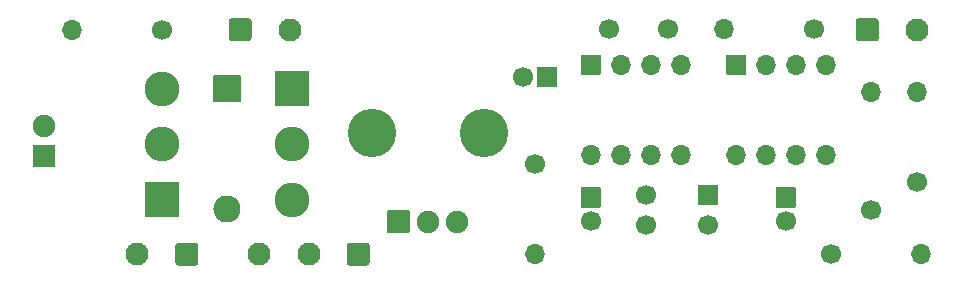
<source format=gbr>
%TF.GenerationSoftware,KiCad,Pcbnew,(5.1.9)-1*%
%TF.CreationDate,2021-04-25T13:20:26-07:00*%
%TF.ProjectId,LM380_BridgeAmp,4c4d3338-305f-4427-9269-646765416d70,v01*%
%TF.SameCoordinates,Original*%
%TF.FileFunction,Soldermask,Bot*%
%TF.FilePolarity,Negative*%
%FSLAX46Y46*%
G04 Gerber Fmt 4.6, Leading zero omitted, Abs format (unit mm)*
G04 Created by KiCad (PCBNEW (5.1.9)-1) date 2021-04-25 13:20:26*
%MOMM*%
%LPD*%
G01*
G04 APERTURE LIST*
%ADD10C,1.950000*%
%ADD11O,2.300000X2.300000*%
%ADD12C,1.700000*%
%ADD13O,1.700000X1.700000*%
%ADD14C,1.900000*%
%ADD15O,4.100000X4.100000*%
%ADD16C,2.950000*%
G04 APERTURE END LIST*
D10*
%TO.C,J1*%
X124800000Y-62000000D03*
G36*
G01*
X119625000Y-62711488D02*
X119625000Y-61288512D01*
G75*
G02*
X119888512Y-61025000I263512J0D01*
G01*
X121311488Y-61025000D01*
G75*
G02*
X121575000Y-61288512I0J-263512D01*
G01*
X121575000Y-62711488D01*
G75*
G02*
X121311488Y-62975000I-263512J0D01*
G01*
X119888512Y-62975000D01*
G75*
G02*
X119625000Y-62711488I0J263512D01*
G01*
G37*
%TD*%
D11*
%TO.C,D1*%
X119500000Y-77160000D03*
G36*
G01*
X118400000Y-65850000D02*
X120600000Y-65850000D01*
G75*
G02*
X120650000Y-65900000I0J-50000D01*
G01*
X120650000Y-68100000D01*
G75*
G02*
X120600000Y-68150000I-50000J0D01*
G01*
X118400000Y-68150000D01*
G75*
G02*
X118350000Y-68100000I0J50000D01*
G01*
X118350000Y-65900000D01*
G75*
G02*
X118400000Y-65850000I50000J0D01*
G01*
G37*
%TD*%
%TO.C,C1*%
G36*
G01*
X159400000Y-75150000D02*
X161000000Y-75150000D01*
G75*
G02*
X161050000Y-75200000I0J-50000D01*
G01*
X161050000Y-76800000D01*
G75*
G02*
X161000000Y-76850000I-50000J0D01*
G01*
X159400000Y-76850000D01*
G75*
G02*
X159350000Y-76800000I0J50000D01*
G01*
X159350000Y-75200000D01*
G75*
G02*
X159400000Y-75150000I50000J0D01*
G01*
G37*
D12*
X160200000Y-78500000D03*
%TD*%
%TO.C,C2*%
X155000000Y-76000000D03*
X155000000Y-78500000D03*
%TD*%
%TO.C,C3*%
X144600000Y-66000000D03*
G36*
G01*
X147450000Y-65200000D02*
X147450000Y-66800000D01*
G75*
G02*
X147400000Y-66850000I-50000J0D01*
G01*
X145800000Y-66850000D01*
G75*
G02*
X145750000Y-66800000I0J50000D01*
G01*
X145750000Y-65200000D01*
G75*
G02*
X145800000Y-65150000I50000J0D01*
G01*
X147400000Y-65150000D01*
G75*
G02*
X147450000Y-65200000I0J-50000D01*
G01*
G37*
%TD*%
%TO.C,C4*%
X151800000Y-61900000D03*
X156800000Y-61900000D03*
%TD*%
%TO.C,C5*%
G36*
G01*
X166000000Y-75350000D02*
X167600000Y-75350000D01*
G75*
G02*
X167650000Y-75400000I0J-50000D01*
G01*
X167650000Y-77000000D01*
G75*
G02*
X167600000Y-77050000I-50000J0D01*
G01*
X166000000Y-77050000D01*
G75*
G02*
X165950000Y-77000000I0J50000D01*
G01*
X165950000Y-75400000D01*
G75*
G02*
X166000000Y-75350000I50000J0D01*
G01*
G37*
X166800000Y-78200000D03*
%TD*%
%TO.C,C6*%
G36*
G01*
X149500000Y-75350000D02*
X151100000Y-75350000D01*
G75*
G02*
X151150000Y-75400000I0J-50000D01*
G01*
X151150000Y-77000000D01*
G75*
G02*
X151100000Y-77050000I-50000J0D01*
G01*
X149500000Y-77050000D01*
G75*
G02*
X149450000Y-77000000I0J50000D01*
G01*
X149450000Y-75400000D01*
G75*
G02*
X149500000Y-75350000I50000J0D01*
G01*
G37*
X150300000Y-78200000D03*
%TD*%
%TO.C,C7*%
X174000000Y-77300000D03*
D13*
X174000000Y-67300000D03*
%TD*%
%TO.C,D2*%
G36*
G01*
X104900000Y-73650000D02*
X103100000Y-73650000D01*
G75*
G02*
X103050000Y-73600000I0J50000D01*
G01*
X103050000Y-71800000D01*
G75*
G02*
X103100000Y-71750000I50000J0D01*
G01*
X104900000Y-71750000D01*
G75*
G02*
X104950000Y-71800000I0J-50000D01*
G01*
X104950000Y-73600000D01*
G75*
G02*
X104900000Y-73650000I-50000J0D01*
G01*
G37*
D14*
X104000000Y-70160000D03*
%TD*%
%TO.C,LS1*%
G36*
G01*
X172725000Y-62711488D02*
X172725000Y-61288512D01*
G75*
G02*
X172988512Y-61025000I263512J0D01*
G01*
X174411488Y-61025000D01*
G75*
G02*
X174675000Y-61288512I0J-263512D01*
G01*
X174675000Y-62711488D01*
G75*
G02*
X174411488Y-62975000I-263512J0D01*
G01*
X172988512Y-62975000D01*
G75*
G02*
X172725000Y-62711488I0J263512D01*
G01*
G37*
D10*
X177900000Y-62000000D03*
%TD*%
D13*
%TO.C,R1*%
X106380000Y-62000000D03*
D12*
X114000000Y-62000000D03*
%TD*%
%TO.C,R2*%
X145600000Y-73400000D03*
D13*
X145600000Y-81020000D03*
%TD*%
D12*
%TO.C,R3*%
X169200000Y-61900000D03*
D13*
X161580000Y-61900000D03*
%TD*%
%TO.C,R4*%
X177900000Y-67280000D03*
D12*
X177900000Y-74900000D03*
%TD*%
%TO.C,R5*%
X170600000Y-81000000D03*
D13*
X178220000Y-81000000D03*
%TD*%
D15*
%TO.C,RV1*%
X141250000Y-70750000D03*
X131750000Y-70750000D03*
D14*
X139000000Y-78250000D03*
X136500000Y-78250000D03*
G36*
G01*
X133050000Y-79150000D02*
X133050000Y-77350000D01*
G75*
G02*
X133100000Y-77300000I50000J0D01*
G01*
X134900000Y-77300000D01*
G75*
G02*
X134950000Y-77350000I0J-50000D01*
G01*
X134950000Y-79150000D01*
G75*
G02*
X134900000Y-79200000I-50000J0D01*
G01*
X133100000Y-79200000D01*
G75*
G02*
X133050000Y-79150000I0J50000D01*
G01*
G37*
%TD*%
D16*
%TO.C,SW1*%
X114000000Y-67000000D03*
X114000000Y-71700000D03*
G36*
G01*
X115425000Y-77875000D02*
X112575000Y-77875000D01*
G75*
G02*
X112525000Y-77825000I0J50000D01*
G01*
X112525000Y-74975000D01*
G75*
G02*
X112575000Y-74925000I50000J0D01*
G01*
X115425000Y-74925000D01*
G75*
G02*
X115475000Y-74975000I0J-50000D01*
G01*
X115475000Y-77825000D01*
G75*
G02*
X115425000Y-77875000I-50000J0D01*
G01*
G37*
%TD*%
%TO.C,SW2*%
G36*
G01*
X123575000Y-65525000D02*
X126425000Y-65525000D01*
G75*
G02*
X126475000Y-65575000I0J-50000D01*
G01*
X126475000Y-68425000D01*
G75*
G02*
X126425000Y-68475000I-50000J0D01*
G01*
X123575000Y-68475000D01*
G75*
G02*
X123525000Y-68425000I0J50000D01*
G01*
X123525000Y-65575000D01*
G75*
G02*
X123575000Y-65525000I50000J0D01*
G01*
G37*
X125000000Y-71700000D03*
X125000000Y-76400000D03*
%TD*%
%TO.C,U1*%
G36*
G01*
X161810000Y-64100000D02*
X163410000Y-64100000D01*
G75*
G02*
X163460000Y-64150000I0J-50000D01*
G01*
X163460000Y-65750000D01*
G75*
G02*
X163410000Y-65800000I-50000J0D01*
G01*
X161810000Y-65800000D01*
G75*
G02*
X161760000Y-65750000I0J50000D01*
G01*
X161760000Y-64150000D01*
G75*
G02*
X161810000Y-64100000I50000J0D01*
G01*
G37*
D13*
X170230000Y-72570000D03*
X165150000Y-64950000D03*
X167690000Y-72570000D03*
X167690000Y-64950000D03*
X165150000Y-72570000D03*
X170230000Y-64950000D03*
X162610000Y-72570000D03*
%TD*%
%TO.C,U2*%
X150300000Y-72570000D03*
X157920000Y-64950000D03*
X152840000Y-72570000D03*
X155380000Y-64950000D03*
X155380000Y-72570000D03*
X152840000Y-64950000D03*
X157920000Y-72570000D03*
G36*
G01*
X149500000Y-64100000D02*
X151100000Y-64100000D01*
G75*
G02*
X151150000Y-64150000I0J-50000D01*
G01*
X151150000Y-65750000D01*
G75*
G02*
X151100000Y-65800000I-50000J0D01*
G01*
X149500000Y-65800000D01*
G75*
G02*
X149450000Y-65750000I0J50000D01*
G01*
X149450000Y-64150000D01*
G75*
G02*
X149500000Y-64100000I50000J0D01*
G01*
G37*
%TD*%
%TO.C,J2*%
G36*
G01*
X117075000Y-80288512D02*
X117075000Y-81711488D01*
G75*
G02*
X116811488Y-81975000I-263512J0D01*
G01*
X115388512Y-81975000D01*
G75*
G02*
X115125000Y-81711488I0J263512D01*
G01*
X115125000Y-80288512D01*
G75*
G02*
X115388512Y-80025000I263512J0D01*
G01*
X116811488Y-80025000D01*
G75*
G02*
X117075000Y-80288512I0J-263512D01*
G01*
G37*
D10*
X111900000Y-81000000D03*
%TD*%
%TO.C,J3*%
G36*
G01*
X131575000Y-80288512D02*
X131575000Y-81711488D01*
G75*
G02*
X131311488Y-81975000I-263512J0D01*
G01*
X129888512Y-81975000D01*
G75*
G02*
X129625000Y-81711488I0J263512D01*
G01*
X129625000Y-80288512D01*
G75*
G02*
X129888512Y-80025000I263512J0D01*
G01*
X131311488Y-80025000D01*
G75*
G02*
X131575000Y-80288512I0J-263512D01*
G01*
G37*
X126400000Y-81000000D03*
X122200000Y-81000000D03*
%TD*%
M02*

</source>
